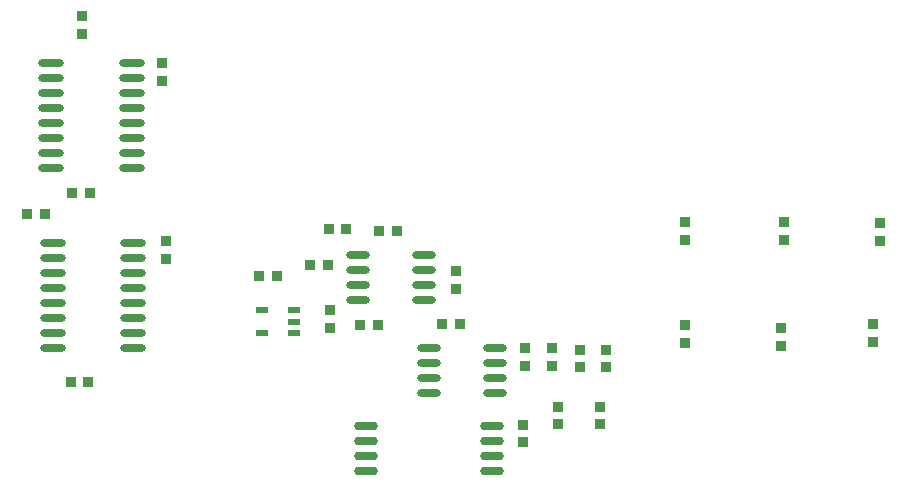
<source format=gtp>
G04 Layer_Color=8421504*
%FSLAX25Y25*%
%MOIN*%
G70*
G01*
G75*
%ADD10R,0.04331X0.02362*%
%ADD11R,0.03543X0.03740*%
%ADD12O,0.08661X0.02362*%
%ADD13O,0.07874X0.02992*%
%ADD14R,0.03740X0.03543*%
%ADD15O,0.08000X0.02400*%
D10*
X303870Y264500D02*
D03*
Y271980D02*
D03*
X314500D02*
D03*
Y264500D02*
D03*
Y268240D02*
D03*
D11*
X240094Y248000D02*
D03*
X246000D02*
D03*
X240595Y311000D02*
D03*
X246500D02*
D03*
X325905Y287000D02*
D03*
X320000D02*
D03*
X336595Y267000D02*
D03*
X342500D02*
D03*
X348905Y298500D02*
D03*
X343000D02*
D03*
X326095Y299000D02*
D03*
X332000D02*
D03*
X231405Y304000D02*
D03*
X225500D02*
D03*
X308906Y283500D02*
D03*
X303000D02*
D03*
X369905Y267500D02*
D03*
X364000D02*
D03*
D12*
X260886Y294500D02*
D03*
Y289500D02*
D03*
Y284500D02*
D03*
Y279500D02*
D03*
Y274500D02*
D03*
Y269500D02*
D03*
Y264500D02*
D03*
Y259500D02*
D03*
X234114D02*
D03*
Y264500D02*
D03*
Y269500D02*
D03*
Y274500D02*
D03*
Y279500D02*
D03*
Y284500D02*
D03*
Y289500D02*
D03*
Y294500D02*
D03*
X260386Y354500D02*
D03*
Y349500D02*
D03*
Y344500D02*
D03*
Y339500D02*
D03*
Y334500D02*
D03*
Y329500D02*
D03*
Y324500D02*
D03*
Y319500D02*
D03*
X233614D02*
D03*
Y324500D02*
D03*
Y329500D02*
D03*
Y334500D02*
D03*
Y339500D02*
D03*
Y344500D02*
D03*
Y349500D02*
D03*
Y354500D02*
D03*
D13*
X380366Y218500D02*
D03*
Y223500D02*
D03*
Y228500D02*
D03*
Y233500D02*
D03*
X338634Y218500D02*
D03*
Y223500D02*
D03*
Y228500D02*
D03*
Y233500D02*
D03*
D14*
X391500Y253594D02*
D03*
Y259500D02*
D03*
X402500Y239906D02*
D03*
Y234000D02*
D03*
X416500Y239906D02*
D03*
Y234000D02*
D03*
X418500Y258906D02*
D03*
Y253000D02*
D03*
X507500Y261595D02*
D03*
Y267500D02*
D03*
X510000Y295094D02*
D03*
Y301000D02*
D03*
X477000Y260094D02*
D03*
Y266000D02*
D03*
X478000Y295595D02*
D03*
Y301500D02*
D03*
X445000Y261094D02*
D03*
Y267000D02*
D03*
Y295595D02*
D03*
Y301500D02*
D03*
X272000Y289094D02*
D03*
Y295000D02*
D03*
X270500Y348594D02*
D03*
Y354500D02*
D03*
X244000Y364094D02*
D03*
Y370000D02*
D03*
X368500Y279095D02*
D03*
Y285000D02*
D03*
X400500Y259405D02*
D03*
Y253500D02*
D03*
X410000Y253000D02*
D03*
Y258906D02*
D03*
X326500Y266094D02*
D03*
Y272000D02*
D03*
X391000Y233906D02*
D03*
Y228000D02*
D03*
D15*
X336000Y290500D02*
D03*
Y285500D02*
D03*
Y280500D02*
D03*
Y275500D02*
D03*
X358000D02*
D03*
Y280500D02*
D03*
Y285500D02*
D03*
Y290500D02*
D03*
X381500Y244500D02*
D03*
Y249500D02*
D03*
Y254500D02*
D03*
Y259500D02*
D03*
X359500D02*
D03*
Y254500D02*
D03*
Y249500D02*
D03*
Y244500D02*
D03*
M02*

</source>
